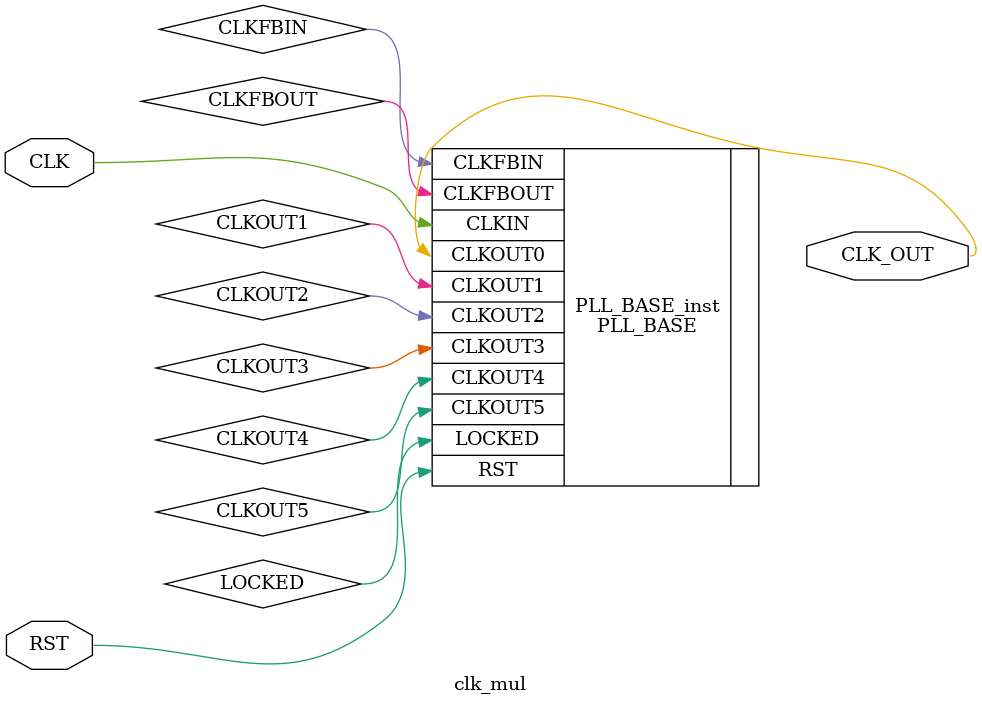
<source format=v>
`timescale 1ns / 1ps
module clk_mul(input wire	CLK,
					 input wire RST,
					output wire	CLK_OUT);

reg CLKFBOUT, CLKFBIN;
reg CLKOUT1, CLKOUT2, CLKOUT3, CLKOUT4, CLKOUT5;
reg LOCKED;


PLL_BASE #(
.BANDWIDTH("OPTIMIZED"), 							// "HIGH", "LOW" or "OPTIMIZED"
.CLKFBOUT_MULT(2), 									// Multiplication factor for all output clocks
.CLKFBOUT_PHASE(0.0), 								// Phase shift (degrees) of all output clocks
.CLKIN_PERIOD(0.000), 								// Clock period (ns) of input clock on CLKIN
.CLKOUT0_DIVIDE(1), 									// Division factor for CLKOUT0 (1 to 128)
.CLKOUT0_DUTY_CYCLE(0.5), 							// Duty cycle for CLKOUT0 (0.01 to 0.99)
.CLKOUT0_PHASE(0.0), 								// Phase shift (degrees) for CLKOUT0 (0.0 to 360.0)
.CLKOUT1_DIVIDE(1), 									// Division factor for CLKOUT1 (1 to 128)
.CLKOUT1_DUTY_CYCLE(0.5), 							// Duty cycle for CLKOUT1 (0.01 to 0.99)
.CLKOUT1_PHASE(0.0), 								// Phase shift (degrees) for CLKOUT1 (0.0 to 360.0)
.CLKOUT2_DIVIDE(1), 									// Division factor for CLKOUT2 (1 to 128)
.CLKOUT2_DUTY_CYCLE(0.5), 							// Duty cycle for CLKOUT2 (0.01 to 0.99)
.CLKOUT2_PHASE(0.0), 								// Phase shift (degrees) for CLKOUT2 (0.0 to 360.0)
.CLKOUT3_DIVIDE(1), 									// Division factor for CLKOUT3 (1 to 128)
.CLKOUT3_DUTY_CYCLE(0.5), 							// Duty cycle for CLKOUT3 (0.01 to 0.99)
.CLKOUT3_PHASE(0.0), 								// Phase shift (degrees) for CLKOUT3 (0.0 to 360.0)
.CLKOUT4_DIVIDE(1), 									// Division factor for CLKOUT4 (1 to 128)
.CLKOUT4_DUTY_CYCLE(0.5), 							// Duty cycle for CLKOUT4 (0.01 to 0.99)
.CLKOUT4_PHASE(0.0), 								// Phase shift (degrees) for CLKOUT4 (0.0 to 360.0)
.CLKOUT5_DIVIDE(1), 									// Division factor for CLKOUT5 (1 to 128)
.CLKOUT5_DUTY_CYCLE(0.5), 							// Duty cycle for CLKOUT5 (0.01 to 0.99)
.CLKOUT5_PHASE(0.0), 								// Phase shift (degrees) for CLKOUT5 (0.0 to 360.0)
.COMPENSATION("SYSTEM_SYNCHRONOUS"), 			// "SYSTEM_SYNCHRONOUS",
															// "SOURCE_SYNCHRONOUS", "INTERNAL", "EXTERNAL",
															// "DCM2PLL", "PLL2DCM"
.DIVCLK_DIVIDE(1), 									// Division factor for all clocks (1 to 52)
.REF_JITTER(0.100), 									// Input reference jitter (0.000 to 0.999 UI%)
.CLKIN_PERIOD(2) 										// Input period in ns to the PLL CLKIN input
) PLL_BASE_inst (
.CLKFBOUT(CLKFBOUT), 								// General output feedback signal
.CLKOUT0(CLK_OUT), 									// One of six general clock output signals
.CLKOUT1(CLKOUT1), 									// One of six general clock output signals
.CLKOUT2(CLKOUT2), 									// One of six general clock output signals
.CLKOUT3(CLKOUT3), 									// One of six general clock output signals
.CLKOUT4(CLKOUT4), 									// One of six general clock output signals
.CLKOUT5(CLKOUT5), 									// One of six general clock output signals
.LOCKED(LOCKED), 										// Active high PLL lock signal
.CLKFBIN(CLKFBIN), 									// Clock feedback input
.CLKIN(CLK), 											// Clock input
.RST(RST) 												// Asynchronous PLL reset
);
// End of PLL_BASE_inst instantiation
endmodule

</source>
